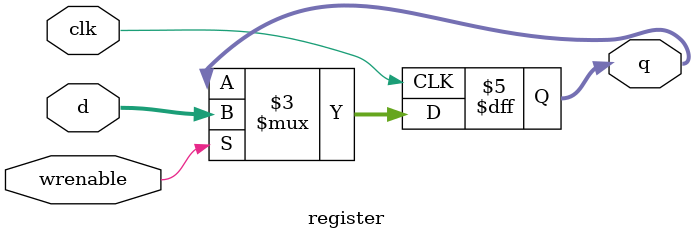
<source format=v>
module register(q, d, wrenable, clk);
input [31:0] d;
input wrenable;
input clk;
output reg [31:0] q;

always @(posedge clk) begin
	if(wrenable) begin
		q = d;
	end
end

endmodule

</source>
